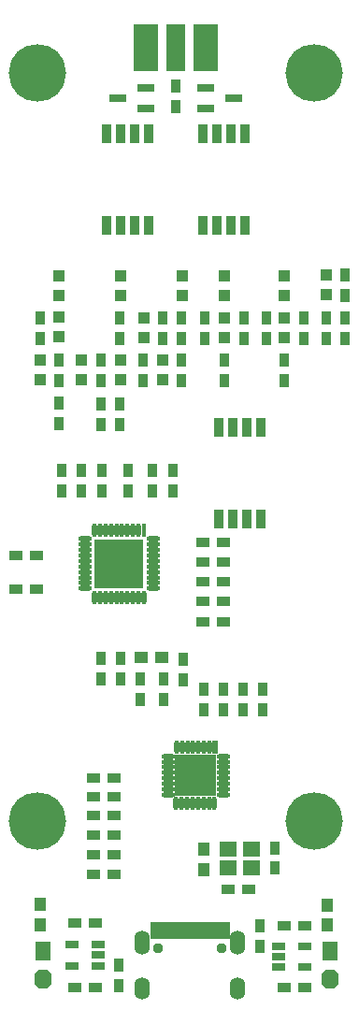
<source format=gts>
G04*
G04 #@! TF.GenerationSoftware,Altium Limited,Altium Designer,18.1.9 (240)*
G04*
G04 Layer_Color=8388736*
%FSLAX25Y25*%
%MOIN*%
G70*
G01*
G75*
%ADD43R,0.03800X0.04800*%
%ADD44R,0.04800X0.03800*%
G04:AMPARAMS|DCode=45|XSize=68mil|YSize=58mil|CornerRadius=0mil|HoleSize=0mil|Usage=FLASHONLY|Rotation=270.000|XOffset=0mil|YOffset=0mil|HoleType=Round|Shape=Octagon|*
%AMOCTAGOND45*
4,1,8,-0.01450,-0.03400,0.01450,-0.03400,0.02900,-0.01950,0.02900,0.01950,0.01450,0.03400,-0.01450,0.03400,-0.02900,0.01950,-0.02900,-0.01950,-0.01450,-0.03400,0.0*
%
%ADD45OCTAGOND45*%

%ADD46R,0.05800X0.06800*%
%ADD47R,0.04300X0.04300*%
%ADD48R,0.03359X0.06706*%
%ADD49R,0.06706X0.16548*%
%ADD50R,0.08674X0.16548*%
%ADD51R,0.04800X0.03950*%
%ADD52R,0.04737X0.02769*%
%ADD53R,0.01981X0.05918*%
%ADD54R,0.14600X0.14600*%
%ADD55O,0.04737X0.01981*%
%ADD56O,0.01981X0.04737*%
%ADD57R,0.01981X0.04737*%
%ADD58R,0.05918X0.05524*%
%ADD59R,0.03950X0.04800*%
%ADD60R,0.17700X0.17700*%
%ADD61O,0.04928X0.01680*%
%ADD62O,0.01680X0.04928*%
%ADD63R,0.01680X0.04928*%
%ADD64R,0.06312X0.03162*%
%ADD65O,0.05524X0.08674*%
%ADD66O,0.05524X0.07887*%
%ADD67C,0.03753*%
%ADD68C,0.20485*%
D43*
X102670Y332150D02*
D03*
Y324850D02*
D03*
X105400Y120653D02*
D03*
Y127953D02*
D03*
X138092Y53347D02*
D03*
Y60647D02*
D03*
X98200Y120956D02*
D03*
Y113656D02*
D03*
X89900Y120853D02*
D03*
Y113553D02*
D03*
X75900Y120700D02*
D03*
Y128000D02*
D03*
X82884Y120700D02*
D03*
Y128000D02*
D03*
X112557Y117000D02*
D03*
Y109700D02*
D03*
X119600Y109800D02*
D03*
Y117100D02*
D03*
X126600Y117203D02*
D03*
Y109903D02*
D03*
X133600Y109800D02*
D03*
Y117100D02*
D03*
X61900Y187800D02*
D03*
Y195100D02*
D03*
X91150Y234400D02*
D03*
Y227100D02*
D03*
X104800D02*
D03*
Y234400D02*
D03*
X104750Y242200D02*
D03*
Y249500D02*
D03*
X82800Y211650D02*
D03*
Y218950D02*
D03*
X101600Y195100D02*
D03*
Y187800D02*
D03*
X94200D02*
D03*
Y195100D02*
D03*
X68900Y187800D02*
D03*
Y195100D02*
D03*
X75900Y218850D02*
D03*
Y211550D02*
D03*
X61100Y211700D02*
D03*
Y219000D02*
D03*
X75900Y234400D02*
D03*
Y227100D02*
D03*
X98000Y249450D02*
D03*
Y242150D02*
D03*
X112997Y242200D02*
D03*
Y249500D02*
D03*
X120100Y227150D02*
D03*
Y234450D02*
D03*
X141400Y227153D02*
D03*
Y234453D02*
D03*
X156500Y242200D02*
D03*
Y249500D02*
D03*
X163100D02*
D03*
Y242200D02*
D03*
X126997D02*
D03*
Y249500D02*
D03*
X134900Y242200D02*
D03*
Y249500D02*
D03*
X148400Y242200D02*
D03*
Y249500D02*
D03*
X82800D02*
D03*
Y242200D02*
D03*
X54300D02*
D03*
Y249500D02*
D03*
X61100Y234400D02*
D03*
Y227100D02*
D03*
X85800Y195100D02*
D03*
Y187800D02*
D03*
X76400D02*
D03*
Y195100D02*
D03*
X82400Y11430D02*
D03*
Y18730D02*
D03*
X132600Y32680D02*
D03*
Y25380D02*
D03*
X163100Y264800D02*
D03*
Y257500D02*
D03*
D44*
X128630Y45800D02*
D03*
X121330D02*
D03*
X73900Y33730D02*
D03*
X66600D02*
D03*
X141450Y32830D02*
D03*
X148750D02*
D03*
X73900Y10980D02*
D03*
X66600D02*
D03*
X80650Y51300D02*
D03*
X73350D02*
D03*
X80650Y58000D02*
D03*
X73350D02*
D03*
X80650Y65200D02*
D03*
X73350D02*
D03*
X80600Y85500D02*
D03*
X73300D02*
D03*
X141500Y10930D02*
D03*
X148800D02*
D03*
X80700Y72100D02*
D03*
X73400D02*
D03*
X80600Y78900D02*
D03*
X73300D02*
D03*
X119597Y155400D02*
D03*
X112297D02*
D03*
Y162400D02*
D03*
X119597D02*
D03*
X112297Y148400D02*
D03*
X119597D02*
D03*
X112297Y169400D02*
D03*
X119597D02*
D03*
X119750Y141200D02*
D03*
X112450D02*
D03*
X52900Y152900D02*
D03*
X45600D02*
D03*
X52900Y164800D02*
D03*
X45600D02*
D03*
D45*
X55400Y13880D02*
D03*
X157600D02*
D03*
D46*
X55400Y23880D02*
D03*
X157600D02*
D03*
D47*
X98000Y234475D02*
D03*
Y227475D02*
D03*
X69000Y234500D02*
D03*
Y227500D02*
D03*
X91300Y249600D02*
D03*
Y242600D02*
D03*
X141500D02*
D03*
Y249600D02*
D03*
X120097Y242600D02*
D03*
Y249600D02*
D03*
X83000Y227500D02*
D03*
Y234500D02*
D03*
X61100Y242700D02*
D03*
Y249700D02*
D03*
X54400Y234500D02*
D03*
Y227500D02*
D03*
X156500Y257900D02*
D03*
Y264900D02*
D03*
X60900Y257500D02*
D03*
Y264500D02*
D03*
X141500Y257400D02*
D03*
Y264400D02*
D03*
X120097Y257400D02*
D03*
Y264400D02*
D03*
X82900Y257500D02*
D03*
Y264500D02*
D03*
X104850Y257400D02*
D03*
Y264400D02*
D03*
D48*
X78100Y315100D02*
D03*
X83100D02*
D03*
X93100Y282423D02*
D03*
X88100D02*
D03*
X83100D02*
D03*
X78100D02*
D03*
X93100Y315100D02*
D03*
X88100D02*
D03*
X128000Y210539D02*
D03*
X133000D02*
D03*
X118000Y177861D02*
D03*
X123000D02*
D03*
X128000D02*
D03*
X133000D02*
D03*
X123000Y210539D02*
D03*
X118000D02*
D03*
X122300Y315100D02*
D03*
X127300D02*
D03*
X112300Y282423D02*
D03*
X117300D02*
D03*
X122300D02*
D03*
X127300D02*
D03*
X117300Y315100D02*
D03*
X112300D02*
D03*
D49*
X102670Y345800D02*
D03*
D50*
X92040D02*
D03*
X113300D02*
D03*
D51*
X97700Y128453D02*
D03*
X90400D02*
D03*
D52*
X65551Y26130D02*
D03*
Y18650D02*
D03*
X75000Y22390D02*
D03*
Y18650D02*
D03*
Y26130D02*
D03*
X148800Y18030D02*
D03*
Y25511D02*
D03*
X139351Y21770D02*
D03*
Y25511D02*
D03*
Y18030D02*
D03*
D53*
X120889Y31128D02*
D03*
X119708Y31128D02*
D03*
X117740Y31128D02*
D03*
X116558D02*
D03*
X114590Y31128D02*
D03*
X112620Y31132D02*
D03*
X110653Y31128D02*
D03*
X108684Y31128D02*
D03*
X106716Y31128D02*
D03*
X104747Y31128D02*
D03*
X102779Y31128D02*
D03*
X100810Y31132D02*
D03*
X98842Y31128D02*
D03*
X97661D02*
D03*
X95692Y31128D02*
D03*
X94511D02*
D03*
D54*
X109800Y86400D02*
D03*
D55*
X119753Y93291D02*
D03*
Y91322D02*
D03*
Y89354D02*
D03*
Y87384D02*
D03*
Y85416D02*
D03*
Y83447D02*
D03*
Y81477D02*
D03*
Y79509D02*
D03*
X99847D02*
D03*
Y81477D02*
D03*
Y83447D02*
D03*
Y85416D02*
D03*
Y87384D02*
D03*
Y89354D02*
D03*
Y91322D02*
D03*
Y93291D02*
D03*
D56*
X116495Y76447D02*
D03*
X114526D02*
D03*
X112557D02*
D03*
X110588D02*
D03*
X108619D02*
D03*
X106650D02*
D03*
X104681D02*
D03*
X102712D02*
D03*
X102909Y96353D02*
D03*
X104877D02*
D03*
X106846D02*
D03*
X108816D02*
D03*
X110784D02*
D03*
X112753D02*
D03*
X114723D02*
D03*
D57*
X116692D02*
D03*
D58*
X129759Y60200D02*
D03*
X121492D02*
D03*
Y53507D02*
D03*
X129759D02*
D03*
D59*
X112700Y52800D02*
D03*
Y60100D02*
D03*
X54500Y40400D02*
D03*
Y33100D02*
D03*
X156700Y40300D02*
D03*
Y33000D02*
D03*
D60*
X82500Y161900D02*
D03*
D61*
X94511Y170758D02*
D03*
Y168790D02*
D03*
Y166821D02*
D03*
Y164853D02*
D03*
Y162884D02*
D03*
Y160916D02*
D03*
Y158947D02*
D03*
Y156979D02*
D03*
Y155010D02*
D03*
Y153042D02*
D03*
X70489D02*
D03*
Y155010D02*
D03*
Y156979D02*
D03*
Y158947D02*
D03*
Y160916D02*
D03*
Y162884D02*
D03*
Y164853D02*
D03*
Y166821D02*
D03*
Y168790D02*
D03*
Y170758D02*
D03*
D62*
X91358Y149789D02*
D03*
X89390D02*
D03*
X87421D02*
D03*
X85453D02*
D03*
X83484D02*
D03*
X81516D02*
D03*
X79547D02*
D03*
X77579D02*
D03*
X75610D02*
D03*
X73642D02*
D03*
Y173911D02*
D03*
X75610D02*
D03*
X77579D02*
D03*
X79547D02*
D03*
X81516D02*
D03*
X83484D02*
D03*
X85453D02*
D03*
X87421D02*
D03*
X89390D02*
D03*
D63*
X91358D02*
D03*
D64*
X113500Y331536D02*
D03*
Y324056D02*
D03*
X123397Y327796D02*
D03*
X91900Y324056D02*
D03*
Y331536D02*
D03*
X82003Y327797D02*
D03*
D65*
X90693Y26925D02*
D03*
X124708Y26925D02*
D03*
D66*
X124708Y10468D02*
D03*
X90692Y10469D02*
D03*
D67*
X119078Y24838D02*
D03*
X96322D02*
D03*
D68*
X152000Y70000D02*
D03*
X53300D02*
D03*
X152000Y336700D02*
D03*
X53300D02*
D03*
M02*

</source>
